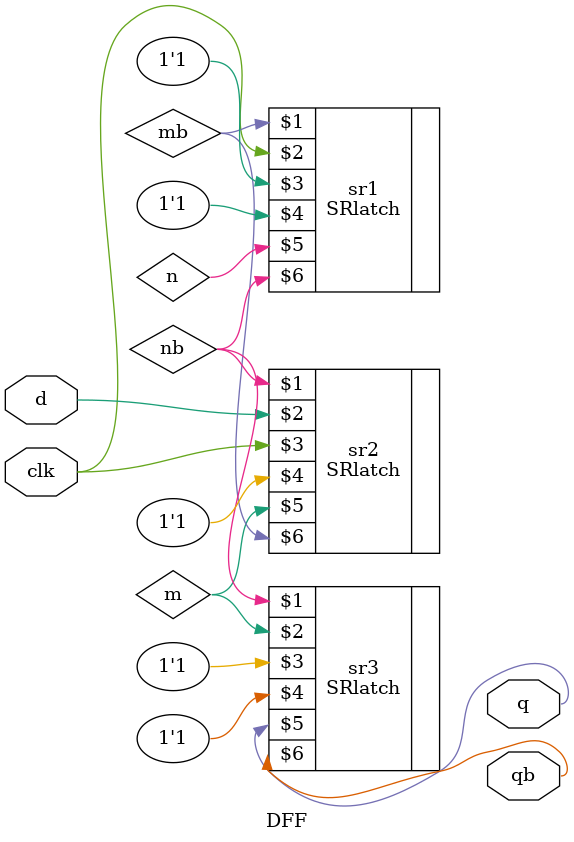
<source format=v>
`timescale 1ns/1ns
module DFF(input clk, d, output q, qb);
    wire n,nb,m,mb;
    SRlatch sr1(mb,clk,1'b1,1'b1,n,nb);
    SRlatch sr2(nb,d,clk,1'b1,m,mb);
    SRlatch sr3(nb,m,1'b1,1'b1,q,qb);
endmodule


</source>
